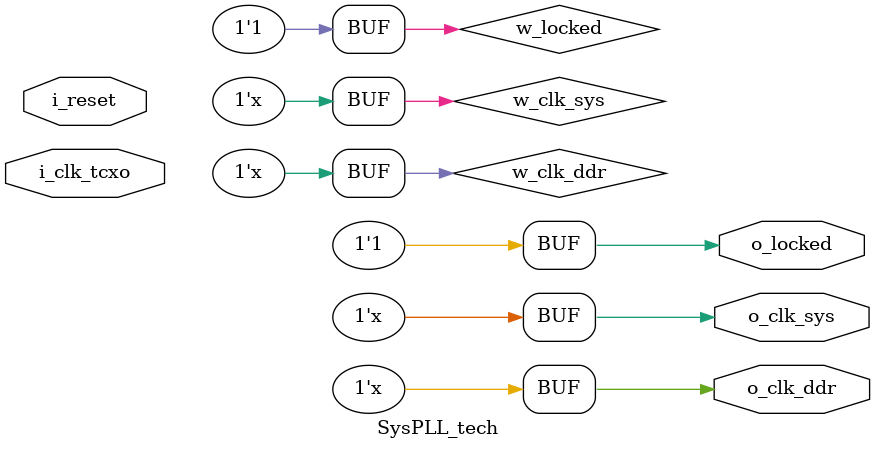
<source format=sv>

module SysPLL_tech (
  //! Reset value. Active high.
  input         i_reset,
  //! Input clock from the external oscillator (default 200 MHz)
  input         i_clk_tcxo,
  //! System Bus clock 100MHz/40MHz (Virtex6/Spartan6)
  output        o_clk_sys, // 40 MHz
  output        o_clk_ddr, // 200 MHz
  //! PLL locked status.
  output        o_locked
);

  logic w_clk_sys;
  logic w_clk_ddr;
  logic w_locked;

  initial begin
    w_clk_sys = 0;
    w_clk_ddr = 0;
    w_locked = 0;
    w_locked = #100ns 1'b1;
  end

  always #12.5ns w_clk_sys=~w_clk_sys;   // half period of system clock = 40 MHz
  always #2.5ns w_clk_ddr=~w_clk_ddr;    // half period of ddr clock = 200 MHz

  assign o_clk_sys = w_clk_sys;
  assign o_clk_ddr = w_clk_ddr;
  assign o_locked = w_locked;

endmodule

</source>
